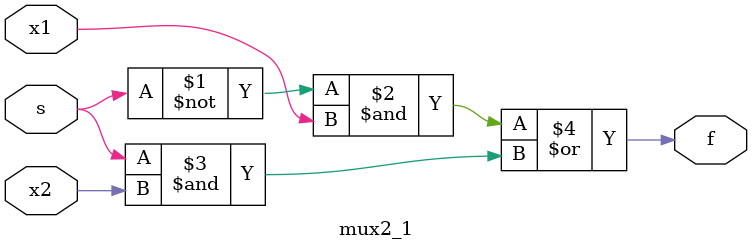
<source format=v>
`timescale 1ns / 1ps


module mux2_1(
        input x1, x2, s,
        output f
    );
    assign f = ~s & x1 | s & x2;  
endmodule

</source>
